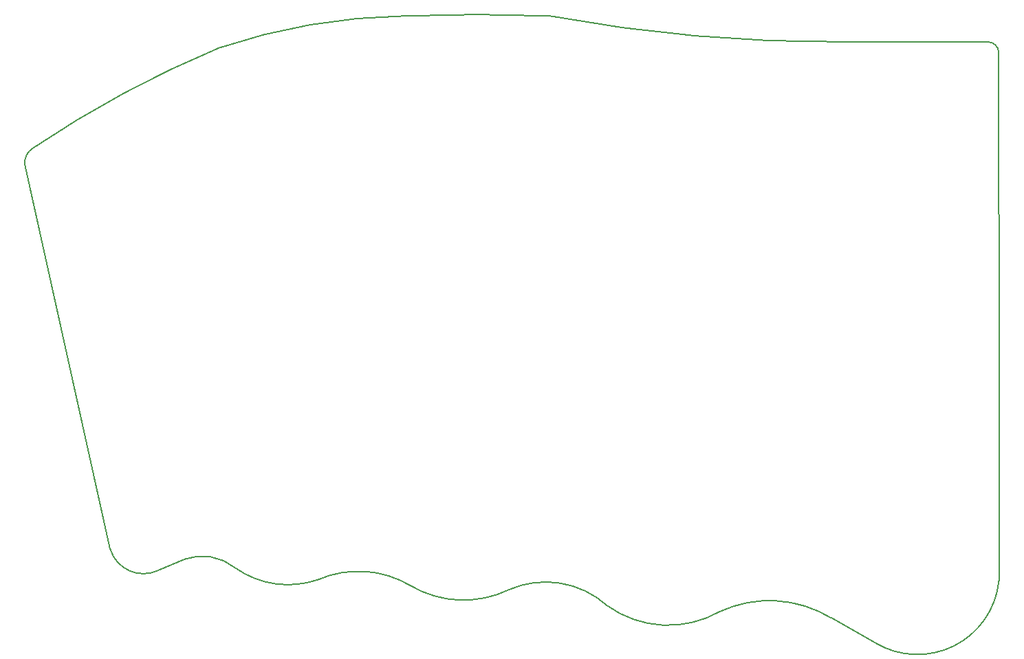
<source format=gbr>
G04 #@! TF.GenerationSoftware,KiCad,Pcbnew,6.0.0-d3dd2cf0fa~116~ubuntu20.04.1*
G04 #@! TF.CreationDate,2022-01-05T19:57:18-05:00*
G04 #@! TF.ProjectId,34_hs,33345f68-732e-46b6-9963-61645f706362,0.1*
G04 #@! TF.SameCoordinates,Original*
G04 #@! TF.FileFunction,Profile,NP*
%FSLAX46Y46*%
G04 Gerber Fmt 4.6, Leading zero omitted, Abs format (unit mm)*
G04 Created by KiCad (PCBNEW 6.0.0-d3dd2cf0fa~116~ubuntu20.04.1) date 2022-01-05 19:57:18*
%MOMM*%
%LPD*%
G01*
G04 APERTURE LIST*
G04 #@! TA.AperFunction,Profile*
%ADD10C,0.150000*%
G04 #@! TD*
G04 APERTURE END LIST*
D10*
X24638000Y-64770000D02*
G75*
G03*
X23622000Y-66802000I993360J-1766680D01*
G01*
X128270000Y-125730000D02*
G75*
G03*
X143525000Y-118110000I5220247J8629245D01*
G01*
X49525000Y-116525001D02*
G75*
G03*
X43225000Y-115450000I-4100846J-5034897D01*
G01*
X71125000Y-118725000D02*
G75*
G03*
X83200000Y-119200000I6482290J11069540D01*
G01*
X34120000Y-114215000D02*
X23622000Y-66802000D01*
X143525000Y-92675000D02*
X143510000Y-52933556D01*
X70231000Y-48514000D02*
G75*
G03*
X47498000Y-52451000I1237825J-74748313D01*
G01*
X128270000Y-125730000D02*
X122900000Y-122700000D01*
X143525000Y-118110000D02*
X143525000Y-92675000D01*
X143510001Y-52933556D02*
G75*
G03*
X142175000Y-51700000I-1379985J-154299D01*
G01*
X40005000Y-116840000D02*
X43225000Y-115450000D01*
X95275000Y-121150000D02*
G75*
G03*
X83200000Y-119200000I-7550009J-8390920D01*
G01*
X47498000Y-52451001D02*
G75*
G03*
X24638000Y-64770000I50607609J-121280836D01*
G01*
X95275000Y-121150000D02*
G75*
G03*
X109150000Y-121900000I7521096J10421522D01*
G01*
X88265000Y-48514000D02*
G75*
G03*
X124225000Y-51700000I34699633J187119497D01*
G01*
X34119999Y-114215000D02*
G75*
G03*
X40005000Y-116840000I4097560J1277033D01*
G01*
X49525000Y-116525001D02*
G75*
G03*
X59675000Y-117975000I6497635J9233449D01*
G01*
X122900000Y-122700000D02*
G75*
G03*
X109150000Y-121900000I-7621647J-12432997D01*
G01*
X88265000Y-48514000D02*
G75*
G03*
X70231000Y-48514000I-9017000J-225334830D01*
G01*
X71125000Y-118725000D02*
G75*
G03*
X59675000Y-117975000I-6450536J-10701513D01*
G01*
X124225000Y-51700000D02*
X142175000Y-51700000D01*
M02*

</source>
